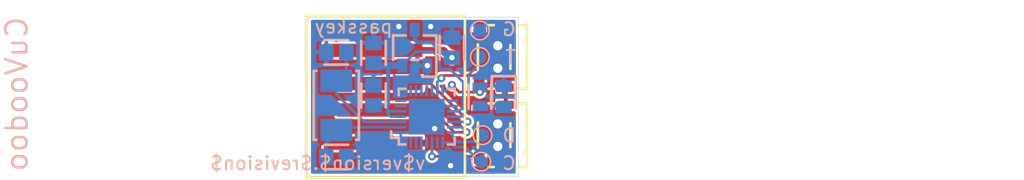
<source format=kicad_pcb>
(kicad_pcb (version 20221018) (generator pcbnew)
  (title_block (title "passkey") (date "$date$") (rev "$version$.$revision$") (company "CuVoodoo") (comment 1 "King Kévin") (comment 2 "CERN-OHL-S"))
  (layers (0 "F.Cu" signal) (31 "B.Cu" signal) (36 "B.SilkS" user "B.Silkscreen") (37 "F.SilkS" user "F.Silkscreen") (38 "B.Mask" user) (39 "F.Mask" user) (44 "Edge.Cuts" user))
  (net 0 "")
  (net 1 "+5V")
  (net 2 "GND")
  (net 3 "+3.3V")
  (net 4 "/LED")
  (net 5 "Net-(U2-OSC_IN)")
  (net 6 "Net-(U2-OSC_OUT)")
  (net 8 "/BT1")
  (net 9 "/BT2")
  (net 10 "/TX")
  (net 11 "/SWDIO")
  (net 13 "/SWCLK")
  (net 25 "/D-")
  (net 26 "/D+")
  (net 27 "Net-(D1-A)")
  (footprint "qeda:MECHANICAL_1TS003B" (layer "F.Cu") (at 51.8 30.4 -90)
    (fp_text reference "SW2")
    (fp_text value "SW_Push" hide)
    (fp_line (start -2.4 -1.85) (end -2.4 -1.15) (stroke (width 0.2)) (layer "F.SilkS"))
    (fp_line (start -2.4 -1.85) (end 2.4 -1.85) (stroke (width 0.2)) (layer "F.SilkS"))
    (fp_line (start -2.4 0.65) (end -2.4 1.05) (stroke (width 0.2)) (layer "F.SilkS"))
    (fp_line (start -0.95 1.85) (end 0.95 1.85) (stroke (width 0.2)) (layer "F.SilkS"))
    (fp_line (start -0.9 -0.6) (end 0.9 -0.6) (stroke (width 0.2)) (layer "F.SilkS"))
    (fp_line (start 2.4 -1.85) (end 2.4 -1.15) (stroke (width 0.2)) (layer "F.SilkS"))
    (fp_line (start 2.4 0.65) (end 2.4 1.05) (stroke (width 0.2)) (layer "F.SilkS"))
    (pad "" thru_hole circle (at -0.85 0.35 270) (size 0.8 0.8) (drill 0.7) (layers "*.Cu" "*.Mask") (net 2 "GND"))
    (pad "" thru_hole circle (at 0.85 0.35 270) (size 0.8 0.8) (drill 0.7) (layers "*.Cu" "*.Mask") (net 2 "GND"))
    (pad "1" smd rect (at -1.7 1.75 270) (size 0.9 0.8) (layers "F.Cu" "F.Paste" "F.Mask") (net 2 "GND"))
    (pad "2" smd rect (at 1.7 1.75 270) (size 0.9 0.8) (layers "F.Cu" "F.Paste" "F.Mask") (net 9 "/BT2"))
    (pad "NC1" smd rect (at -2.3 -0.25 270) (size 0.6 1.2) (layers "F.Cu" "F.Paste" "F.Mask") (net 2 "GND"))
    (pad "NC2" smd rect (at 2.3 -0.25 270) (size 0.6 1.2) (layers "F.Cu" "F.Paste" "F.Mask") (net 2 "GND"))
  )
  (footprint "qeda:MECHANICAL_1TS003B" (layer "F.Cu") (at 51.8 24.5 -90)
    (fp_text reference "SW1")
    (fp_text value "SW_Push" hide)
    (fp_line (start -2.4 -1.85) (end -2.4 -1.15) (stroke (width 0.2)) (layer "F.SilkS"))
    (fp_line (start -2.4 -1.85) (end 2.4 -1.85) (stroke (width 0.2)) (layer "F.SilkS"))
    (fp_line (start -2.4 0.65) (end -2.4 1.05) (stroke (width 0.2)) (layer "F.SilkS"))
    (fp_line (start -0.95 1.85) (end 0.95 1.85) (stroke (width 0.2)) (layer "F.SilkS"))
    (fp_line (start -0.9 -0.6) (end 0.9 -0.6) (stroke (width 0.2)) (layer "F.SilkS"))
    (fp_line (start 2.4 -1.85) (end 2.4 -1.15) (stroke (width 0.2)) (layer "F.SilkS"))
    (fp_line (start 2.4 0.65) (end 2.4 1.05) (stroke (width 0.2)) (layer "F.SilkS"))
    (pad "" thru_hole circle (at -0.85 0.35 270) (size 0.8 0.8) (drill 0.7) (layers "*.Cu" "*.Mask") (net 2 "GND"))
    (pad "" thru_hole circle (at 0.85 0.35 270) (size 0.8 0.8) (drill 0.7) (layers "*.Cu" "*.Mask") (net 2 "GND"))
    (pad "1" smd rect (at -1.7 1.75 270) (size 0.9 0.8) (layers "F.Cu" "F.Paste" "F.Mask") (net 2 "GND"))
    (pad "2" smd rect (at 1.7 1.75 270) (size 0.9 0.8) (layers "F.Cu" "F.Paste" "F.Mask") (net 8 "/BT1"))
    (pad "NC1" smd rect (at -2.3 -0.25 270) (size 0.6 1.2) (layers "F.Cu" "F.Paste" "F.Mask") (net 2 "GND"))
    (pad "NC2" smd rect (at 2.3 -0.25 270) (size 0.6 1.2) (layers "F.Cu" "F.Paste" "F.Mask") (net 2 "GND"))
  )
  (footprint "qeda:CONNECTOR_USB-A-PLUG" (layer "F.Cu") (at 43 27.5 -90)
    (fp_text reference "J1")
    (fp_text value "USB_A" hide)
    (fp_line (start -6.1 -5.975) (end 6.1 -5.975) (stroke (width 0.2)) (layer "F.SilkS"))
    (fp_line (start -6.1 5.975) (end -6.1 -5.975) (stroke (width 0.2)) (layer "F.SilkS"))
    (fp_line (start 6.1 -5.975) (end 6.1 5.975) (stroke (width 0.2)) (layer "F.SilkS"))
    (fp_line (start 6.1 5.975) (end -6.1 5.975) (stroke (width 0.2)) (layer "F.SilkS"))
    (pad "1" smd rect locked (at -3.5 0.93 270) (size 1 7.41) (layers "F.Cu" "F.Paste" "F.Mask") (net 1 "+5V"))
    (pad "2" smd rect locked (at -1 0.43 270) (size 1 6.41) (layers "F.Cu" "F.Paste" "F.Mask") (net 25 "/D-"))
    (pad "3" smd rect locked (at 1 0.43 270) (size 1 6.41) (layers "F.Cu" "F.Paste" "F.Mask") (net 26 "/D+"))
    (pad "4" smd rect locked (at 3.5 0.93 270) (size 1 7.41) (layers "F.Cu" "F.Paste" "F.Mask") (net 2 "GND"))
  )
  (footprint "qeda:CAPC1608X92N" (layer "B.Cu") (at 39.3 32.05 90)
    (fp_text reference "C3")
    (fp_text value "20pF" hide)
    (fp_line (start -0.925 0.9) (end -0.925 -0.9) (stroke (width 0.2)) (layer "B.SilkS"))
    (fp_line (start 0.925 0.9) (end 0.925 -0.9) (stroke (width 0.2)) (layer "B.SilkS"))
    (pad "1" smd rect (at 0 0.75 90) (size 1.25 1.1) (layers "B.Cu" "B.Paste" "B.Mask") (net 2 "GND"))
    (pad "2" smd rect (at 0 -0.75 90) (size 1.25 1.1) (layers "B.Cu" "B.Paste" "B.Mask") (net 5 "Net-(U2-OSC_IN)"))
  )
  (footprint "qeda:UC1608X55N" (layer "B.Cu") (at 50.1 27.5 180)
    (fp_text reference "R1")
    (fp_text value "1k" hide)
    (fp_line (start -0.85 0.9) (end -0.85 -0.9) (stroke (width 0.2)) (layer "B.SilkS"))
    (fp_line (start 0.85 0.9) (end 0.85 -0.9) (stroke (width 0.2)) (layer "B.SilkS"))
    (pad "1" smd rect (at 0 0.7 180) (size 1.1 0.75) (layers "B.Cu" "B.Paste" "B.Mask") (net 4 "/LED"))
    (pad "2" smd rect (at 0 -0.7 180) (size 1.1 0.75) (layers "B.Cu" "B.Paste" "B.Mask") (net 27 "Net-(D1-A)"))
  )
  (footprint "TestPoint:TestPoint_Pad_D1.0mm" (layer "B.Cu") (at 50.2 32.4 180)
    (fp_text reference "TP3")
    (fp_text value "SWCLK" hide)
    (fp_circle (center 0 0) (end 0 -0.7) (stroke (width 0.12)) (fill none) (layer "B.SilkS"))
    (pad "1" smd circle (at 0 0 180) (size 1 1) (layers "B.Cu" "B.Mask") (net 13 "/SWCLK"))
  )
  (footprint "qeda:QFN40P400X400X75-29N" (layer "B.Cu") (at 46.1 29)
    (fp_text reference "U2")
    (fp_text value "CH32V203G6U" hide)
    (fp_line (start -2.675 1.6) (end -2.675 1.1) (stroke (width 0.2)) (layer "B.SilkS"))
    (fp_line (start -2.1 -2.1) (end -1.6 -2.1) (stroke (width 0.2)) (layer "B.SilkS"))
    (fp_line (start -2.1 -1.6) (end -2.1 -2.1) (stroke (width 0.2)) (layer "B.SilkS"))
    (fp_line (start -2.1 1.6) (end -2.675 1.6) (stroke (width 0.2)) (layer "B.SilkS"))
    (fp_line (start -2.1 2.1) (end -2.1 1.6) (stroke (width 0.2)) (layer "B.SilkS"))
    (fp_line (start -2.1 2.1) (end -1.6 2.1) (stroke (width 0.2)) (layer "B.SilkS"))
    (fp_line (start 1.6 -2.1) (end 2.1 -2.1) (stroke (width 0.2)) (layer "B.SilkS"))
    (fp_line (start 1.6 2.1) (end 2.1 2.1) (stroke (width 0.2)) (layer "B.SilkS"))
    (fp_line (start 2.1 -1.6) (end 2.1 -2.1) (stroke (width 0.2)) (layer "B.SilkS"))
    (fp_line (start 2.1 2.1) (end 2.1 1.6) (stroke (width 0.2)) (layer "B.SilkS"))
    (pad "1" smd rect (at -1.95 1.2) (size 0.85 0.2) (layers "B.Cu" "B.Paste" "B.Mask") (net 2 "GND"))
    (pad "2" smd rect (at -1.95 0.8) (size 0.85 0.2) (layers "B.Cu" "B.Paste" "B.Mask") (net 5 "Net-(U2-OSC_IN)"))
    (pad "3" smd rect (at -1.95 0.4) (size 0.85 0.2) (layers "B.Cu" "B.Paste" "B.Mask") (net 6 "Net-(U2-OSC_OUT)"))
    (pad "4" smd rect (at -1.95 0) (size 0.85 0.2) (layers "B.Cu" "B.Paste" "B.Mask") (net 3 "+3.3V"))
    (pad "5" smd rect (at -1.95 -0.4) (size 0.85 0.2) (layers "B.Cu" "B.Paste" "B.Mask") (net 3 "+3.3V"))
    (pad "6" smd rect (at -1.95 -0.8) (size 0.85 0.2) (layers "B.Cu" "B.Paste" "B.Mask"))
    (pad "7" smd rect (at -1.95 -1.2) (size 0.85 0.2) (layers "B.Cu" "B.Paste" "B.Mask"))
    (pad "8" smd rect (at -1.2 -1.95) (size 0.2 0.85) (layers "B.Cu" "B.Paste" "B.Mask"))
    (pad "9" smd rect (at -0.8 -1.95) (size 0.2 0.85) (layers "B.Cu" "B.Paste" "B.Mask"))
    (pad "10" smd rect (at -0.4 -1.95) (size 0.2 0.85) (layers "B.Cu" "B.Paste" "B.Mask"))
    (pad "11" smd rect (at 0 -1.95) (size 0.2 0.85) (layers "B.Cu" "B.Paste" "B.Mask"))
    (pad "12" smd rect (at 0.4 -1.95) (size 0.2 0.85) (layers "B.Cu" "B.Paste" "B.Mask"))
    (pad "13" smd rect (at 0.8 -1.95) (size 0.2 0.85) (layers "B.Cu" "B.Paste" "B.Mask") (net 8 "/BT1"))
    (pad "14" smd rect (at 1.2 -1.95) (size 0.2 0.85) (layers "B.Cu" "B.Paste" "B.Mask") (net 4 "/LED"))
    (pad "15" smd rect (at 1.95 -1.2) (size 0.85 0.2) (layers "B.Cu" "B.Paste" "B.Mask"))
    (pad "16" smd rect (at 1.95 -0.8) (size 0.85 0.2) (layers "B.Cu" "B.Paste" "B.Mask") (net 2 "GND"))
    (pad "17" smd rect (at 1.95 -0.4) (size 0.85 0.2) (layers "B.Cu" "B.Paste" "B.Mask") (net 3 "+3.3V"))
    (pad "18" smd rect (at 1.95 0) (size 0.85 0.2) (layers "B.Cu" "B.Paste" "B.Mask") (net 10 "/TX"))
    (pad "19" smd rect (at 1.95 0.4) (size 0.85 0.2) (layers "B.Cu" "B.Paste" "B.Mask") (net 25 "/D-"))
    (pad "20" smd rect (at 1.95 0.8) (size 0.85 0.2) (layers "B.Cu" "B.Paste" "B.Mask") (net 26 "/D+"))
    (pad "21" smd rect (at 1.95 1.2) (size 0.85 0.2) (layers "B.Cu" "B.Paste" "B.Mask") (net 11 "/SWDIO"))
    (pad "22" smd rect (at 1.2 1.95) (size 0.2 0.85) (layers "B.Cu" "B.Paste" "B.Mask") (net 13 "/SWCLK"))
    (pad "23" smd rect (at 0.8 1.95) (size 0.2 0.85) (layers "B.Cu" "B.Paste" "B.Mask"))
    (pad "24" smd rect (at 0.4 1.95) (size 0.2 0.85) (layers "B.Cu" "B.Paste" "B.Mask") (net 9 "/BT2"))
    (pad "25" smd rect (at 0 1.95) (size 0.2 0.85) (layers "B.Cu" "B.Paste" "B.Mask"))
    (pad "26" smd rect (at -0.4 1.95) (size 0.2 0.85) (layers "B.Cu" "B.Paste" "B.Mask"))
    (pad "27" smd rect (at -0.8 1.95) (size 0.2 0.85) (layers "B.Cu" "B.Paste" "B.Mask"))
    (pad "28" smd rect (at -1.2 1.95) (size 0.2 0.85) (layers "B.Cu" "B.Paste" "B.Mask"))
    (pad "29" smd rect (at 0 0) (size 2.7 2.7) (layers "B.Cu" "B.Paste" "B.Mask") (net 2 "GND"))
  )
  (footprint "qeda:CAPC1608X92N" (layer "B.Cu") (at 48 23.8)
    (fp_text reference "C1")
    (fp_text value "1uF" hide)
    (fp_line (start -0.925 0.9) (end -0.925 -0.9) (stroke (width 0.2)) (layer "B.SilkS"))
    (fp_line (start 0.925 0.9) (end 0.925 -0.9) (stroke (width 0.2)) (layer "B.SilkS"))
    (pad "1" smd rect (at 0 0.75) (size 1.25 1.1) (layers "B.Cu" "B.Paste" "B.Mask") (net 1 "+5V"))
    (pad "2" smd rect (at 0 -0.75) (size 1.25 1.1) (layers "B.Cu" "B.Paste" "B.Mask") (net 2 "GND"))
  )
  (footprint "TestPoint:TestPoint_Pad_D1.0mm" (layer "B.Cu") (at 50.3 30.4 180)
    (fp_text reference "TP2")
    (fp_text value "SWDIO" hide)
    (fp_circle (center 0 0) (end 0 -0.7) (stroke (width 0.12)) (fill none) (layer "B.SilkS"))
    (pad "1" smd circle (at 0 0 180) (size 1 1) (layers "B.Cu" "B.Mask") (net 11 "/SWDIO"))
  )
  (footprint "qeda:UPC1608X90N" (layer "B.Cu") (at 51.9 27.5 180)
    (fp_text reference "D1")
    (fp_text value "RED" hide)
    (fp_line (start -0.9 0.9) (end -0.9 -0.9) (stroke (width 0.2)) (layer "B.SilkS"))
    (fp_line (start -0.9 0.9) (end -0.9 1.55) (stroke (width 0.2)) (layer "B.SilkS"))
    (fp_line (start -0.9 1.55) (end 0.9 1.55) (stroke (width 0.2)) (layer "B.SilkS"))
    (fp_line (start 0.9 0.9) (end 0.9 -0.9) (stroke (width 0.2)) (layer "B.SilkS"))
    (fp_line (start 0.9 1.55) (end 0.9 0.9) (stroke (width 0.2)) (layer "B.SilkS"))
    (pad "1" smd rect (at 0 0.8 180) (size 1.2 0.9) (layers "B.Cu" "B.Paste" "B.Mask") (net 2 "GND"))
    (pad "2" smd rect (at 0 -0.8 180) (size 1.2 0.9) (layers "B.Cu" "B.Paste" "B.Mask") (net 27 "Net-(D1-A)"))
  )
  (footprint "qeda:CAPC1608X92N" (layer "B.Cu") (at 42.1 27.4)
    (fp_text reference "C5")
    (fp_text value "100nF" hide)
    (fp_line (start -0.925 0.9) (end -0.925 -0.9) (stroke (width 0.2)) (layer "B.SilkS"))
    (fp_line (start 0.925 0.9) (end 0.925 -0.9) (stroke (width 0.2)) (layer "B.SilkS"))
    (pad "1" smd rect (at 0 0.75) (size 1.25 1.1) (layers "B.Cu" "B.Paste" "B.Mask") (net 3 "+3.3V"))
    (pad "2" smd rect (at 0 -0.75) (size 1.25 1.1) (layers "B.Cu" "B.Paste" "B.Mask") (net 2 "GND"))
  )
  (footprint "qeda:SOT95P280X130-3N" (layer "B.Cu") (at 45.2 23.8 90)
    (fp_text reference "U1")
    (fp_text value "XC6206P332" hide)
    (fp_line (start -2.188 1.625) (end -2.188 0.575) (stroke (width 0.2)) (layer "B.SilkS"))
    (fp_line (start -0.925 0.275) (end -0.925 -0.275) (stroke (width 0.2)) (layer "B.SilkS"))
    (fp_line (start -0.925 1.625) (end -2.188 1.625) (stroke (width 0.2)) (layer "B.SilkS"))
    (fp_line (start -0.925 1.625) (end 0.925 1.625) (stroke (width 0.2)) (layer "B.SilkS"))
    (fp_line (start 0.925 -1.625) (end -0.925 -1.625) (stroke (width 0.2)) (layer "B.SilkS"))
    (fp_line (start 0.925 -0.675) (end 0.925 -1.625) (stroke (width 0.2)) (layer "B.SilkS"))
    (fp_line (start 0.925 1.625) (end 0.925 0.675) (stroke (width 0.2)) (layer "B.SilkS"))
    (pad "1" smd rect (at -1.35 0.95 90) (size 1.075 0.75) (layers "B.Cu" "B.Paste" "B.Mask") (net 2 "GND"))
    (pad "2" smd rect (at -1.35 -0.95 90) (size 1.075 0.75) (layers "B.Cu" "B.Paste" "B.Mask") (net 3 "+3.3V"))
    (pad "3" smd rect (at 1.35 0 90) (size 1.075 0.75) (layers "B.Cu" "B.Paste" "B.Mask") (net 1 "+5V"))
  )
  (footprint "qeda:CAPC1608X92N" (layer "B.Cu") (at 39.3 24.15 90)
    (fp_text reference "C4")
    (fp_text value "20pF" hide)
    (fp_line (start -0.925 0.9) (end -0.925 -0.9) (stroke (width 0.2)) (layer "B.SilkS"))
    (fp_line (start 0.925 0.9) (end 0.925 -0.9) (stroke (width 0.2)) (layer "B.SilkS"))
    (pad "1" smd rect (at 0 0.75 90) (size 1.25 1.1) (layers "B.Cu" "B.Paste" "B.Mask") (net 6 "Net-(U2-OSC_OUT)"))
    (pad "2" smd rect (at 0 -0.75 90) (size 1.25 1.1) (layers "B.Cu" "B.Paste" "B.Mask") (net 2 "GND"))
  )
  (footprint "qeda:CAPC1608X92N" (layer "B.Cu") (at 42.1 24.2)
    (fp_text reference "C2")
    (fp_text value "1uF" hide)
    (fp_line (start -0.925 0.9) (end -0.925 -0.9) (stroke (width 0.2)) (layer "B.SilkS"))
    (fp_line (start 0.925 0.9) (end 0.925 -0.9) (stroke (width 0.2)) (layer "B.SilkS"))
    (pad "1" smd rect (at 0 0.75) (size 1.25 1.1) (layers "B.Cu" "B.Paste" "B.Mask") (net 3 "+3.3V"))
    (pad "2" smd rect (at 0 -0.75) (size 1.25 1.1) (layers "B.Cu" "B.Paste" "B.Mask") (net 2 "GND"))
  )
  (footprint "TestPoint:TestPoint_Pad_D1.0mm" (layer "B.Cu") (at 50.1 24.5 180)
    (fp_text reference "TP1")
    (fp_text value "TX" hide)
    (fp_circle (center 0 0) (end 0 -0.7) (stroke (width 0.12)) (fill none) (layer "B.SilkS"))
    (pad "1" smd circle (at 0 0 180) (size 1 1) (layers "B.Cu" "B.Mask") (net 10 "/TX"))
  )
  (footprint "qeda:OSCILLATOR_X5032" (layer "B.Cu") (at 39.3 28.15 -90)
    (fp_text reference "Y1")
    (fp_text value "8MHz" hide)
    (fp_line (start -2.6 -1.5) (end -2.6 -1.7) (stroke (width 0.2)) (layer "B.SilkS"))
    (fp_line (start -2.6 1.7) (end -2.6 1.5) (stroke (width 0.2)) (layer "B.SilkS"))
    (fp_line (start -2.6 1.7) (end 2.6 1.7) (stroke (width 0.2)) (layer "B.SilkS"))
    (fp_line (start 2.6 -1.7) (end -2.6 -1.7) (stroke (width 0.2)) (layer "B.SilkS"))
    (fp_line (start 2.6 -1.5) (end 2.6 -1.7) (stroke (width 0.2)) (layer "B.SilkS"))
    (fp_line (start 2.6 1.7) (end 2.6 1.5) (stroke (width 0.2)) (layer "B.SilkS"))
    (pad "1" smd rect (at -1.85 0 270) (size 1.7 2.4) (layers "B.Cu" "B.Paste" "B.Mask") (net 6 "Net-(U2-OSC_OUT)"))
    (pad "2" smd rect (at 1.85 0 270) (size 1.7 2.4) (layers "B.Cu" "B.Paste" "B.Mask") (net 5 "Net-(U2-OSC_IN)"))
  )
  (footprint "TestPoint:TestPoint_Pad_D1.0mm" (layer "B.Cu") (at 50.1 22.5 180)
    (fp_text reference "TP4")
    (fp_text value "GND" hide)
    (fp_circle (center 0 0) (end 0 -0.7) (stroke (width 0.12)) (fill none) (layer "B.SilkS"))
    (pad "1" smd circle (at 0 0 180) (size 1 1) (layers "B.Cu" "B.Mask") (net 2 "GND"))
  )
  (gr_line (start 37.1 33.1) (end 37.1 21.9) (stroke (width 0.05)) (layer "Edge.Cuts"))
  (gr_line (start 53 33.5) (end 37.5 33.5) (stroke (width 0.05)) (layer "Edge.Cuts"))
  (gr_line (start 37.5 21.5) (end 53 21.5) (stroke (width 0.05)) (layer "Edge.Cuts"))
  (gr_arc (start 37.1 21.9) (mid 37.217157 21.617157) (end 37.5 21.5) (stroke (width 0.05)) (layer "Edge.Cuts"))
  (gr_arc (start 37.5 33.5) (mid 37.217157 33.382843) (end 37.1 33.1) (stroke (width 0.05)) (layer "Edge.Cuts"))
  (gr_line (start 53 33.5) (end 53 21.5) (stroke (width 0.05)) (layer "Edge.Cuts"))
  (gr_text "C" (at 52.9 33.1) (layer "B.SilkS") (effects (font (size 1 1)) (justify left bottom mirror)))
  (gr_text "CuVoodoo" (at 16.2 27.3 90) (layer "B.SilkS") (effects (font (size 1.6 1.6) (thickness 0.2)) (justify bottom mirror)))
  (gr_text "v$version$.$revision$" (at 46.1 33.1) (layer "B.SilkS") (effects (font (size 1 1)) (justify left bottom mirror)))
  (gr_text "T" (at 52.9 25.1) (layer "B.SilkS") (effects (font (size 1 1)) (justify left bottom mirror)))
  (gr_text "passkey" (at 40.6 22.8) (layer "B.SilkS") (effects (font (size 1 1)) (justify bottom mirror)))
  (gr_text "D" (at 52.9 31) (layer "B.SilkS") (effects (font (size 1 1)) (justify left bottom mirror)))
  (gr_text "G" (at 52.9 23) (layer "B.SilkS") (effects (font (size 1 1)) (justify left bottom mirror)))
  (segment (start 48 24.55) (end 47.95 24.55) (width 0.5) (layer "F.Cu") (net 1))
  (segment (start 47.95 24.55) (end 47.4 24) (width 0.5) (layer "F.Cu") (net 1))
  (segment (start 47.4 24) (end 42.07 24) (width 0.5) (layer "F.Cu") (net 1))
  (via (at 48 24.55) (size 0.8) (drill 0.4) (layers "F.Cu" "B.Cu") (net 1))
  (segment (start 45.2 23.2) (end 45.2 22.45) (width 0.3) (layer "B.Cu") (net 1))
  (segment (start 46.5 23.4) (end 45.4 23.4) (width 0.3) (layer "B.Cu") (net 1))
  (segment (start 48 24.55) (end 47.65 24.55) (width 0.3) (layer "B.Cu") (net 1))
  (segment (start 45.4 23.4) (end 45.2 23.2) (width 0.3) (layer "B.Cu") (net 1))
  (segment (start 47.65 24.55) (end 46.5 23.4) (width 0.3) (layer "B.Cu") (net 1))
  (segment (start 42.07 31) (end 49.4 31) (width 0.5) (layer "F.Cu") (net 2))
  (via (at 47.9 32.7) (size 0.8) (drill 0.4) (layers "F.Cu" "B.Cu") (net 2))
  (via (at 46.15 25.15) (size 0.8) (drill 0.4) (layers "F.Cu" "B.Cu") (net 2))
  (via (at 44 22.2) (size 0.8) (drill 0.4) (layers "F.Cu" "B.Cu") (net 2))
  (via (at 46.4 22.2) (size 0.8) (drill 0.4) (layers "F.Cu" "B.Cu") (net 2))
  (via (at 46.7 29.9) (size 0.8) (drill 0.4) (layers "F.Cu" "B.Cu") (net 2))
  (segment (start 48.05 28.2) (end 46.9 28.2) (width 0.2) (layer "B.Cu") (net 2))
  (segment (start 44.15 30.2) (end 44.9 30.2) (width 0.2) (layer "B.Cu") (net 2))
  (segment (start 46.9 28.2) (end 46.1 29) (width 0.2) (layer "B.Cu") (net 2))
  (segment (start 44.9 30.2) (end 46.1 29) (width 0.2) (layer "B.Cu") (net 2))
  (segment (start 47.85 25.4) (end 47.075 25.4) (width 0.2) (layer "B.Cu") (net 3))
  (segment (start 47.075 25.4) (end 47.075 24.611396) (width 0.2) (layer "B.Cu") (net 3))
  (segment (start 48.85 28.284314) (end 48.85 26.4) (width 0.2) (layer "B.Cu") (net 3))
  (segment (start 43.15 28.6) (end 43.15 28.15) (width 0.2) (layer "B.Cu") (net 3))
  (segment (start 43.2 28.1) (end 43.15 28.15) (width 0.3) (layer "B.Cu") (net 3))
  (segment (start 48.85 26.4) (end 47.85 25.4) (width 0.2) (layer "B.Cu") (net 3))
  (segment (start 43.15 28.75) (end 43.15 28.15) (width 0.2) (layer "B.Cu") (net 3))
  (segment (start 48.05 28.6) (end 48.534314 28.6) (width 0.2) (layer "B.Cu") (net 3))
  (segment (start 47.075 24.611396) (end 46.563604 24.1) (width 0.2) (layer "B.Cu") (net 3))
  (segment (start 43.2 25.15) (end 42.3 25.15) (width 0.5) (layer "B.Cu") (net 3))
  (segment (start 44.25 25.15) (end 43.2 25.15) (width 0.5) (layer "B.Cu") (net 3))
  (segment (start 45.3 24.1) (end 44.25 25.15) (width 0.2) (layer "B.Cu") (net 3))
  (segment (start 46.563604 24.1) (end 45.3 24.1) (width 0.2) (layer "B.Cu") (net 3))
  (segment (start 43.4 29) (end 43.15 28.75) (width 0.2) (layer "B.Cu") (net 3))
  (segment (start 42.3 25.15) (end 42.1 24.95) (width 0.3) (layer "B.Cu") (net 3))
  (segment (start 44.15 28.6) (end 43.15 28.6) (width 0.2) (layer "B.Cu") (net 3))
  (segment (start 44.15 29) (end 43.4 29) (width 0.2) (layer "B.Cu") (net 3))
  (segment (start 43.2 25.15) (end 43.2 28.1) (width 0.3) (layer "B.Cu") (net 3))
  (segment (start 48.534314 28.6) (end 48.85 28.284314) (width 0.2) (layer "B.Cu") (net 3))
  (segment (start 43.15 28.15) (end 42.1 28.15) (width 0.3) (layer "B.Cu") (net 3))
  (segment (start 48 26.6) (end 48.550002 27.150002) (width 0.2) (layer "F.Cu") (net 4))
  (segment (start 48.550002 27.150002) (end 50.1 27.150002) (width 0.2) (layer "F.Cu") (net 4))
  (via (at 48 26.6) (size 0.6) (drill 0.3) (layers "F.Cu" "B.Cu") (net 4))
  (via (at 50.1 27.150002) (size 0.6) (drill 0.3) (layers "F.Cu" "B.Cu") (net 4))
  (segment (start 47.55 27.05) (end 47.3 27.05) (width 0.2) (layer "B.Cu") (net 4))
  (segment (start 48 26.6) (end 47.55 27.05) (width 0.2) (layer "B.Cu") (net 4))
  (segment (start 38.55 31) (end 38.55 32.3) (width 0.2) (layer "B.Cu") (net 5))
  (segment (start 39.5 29.8) (end 39.3 30) (width 0.2) (layer "B.Cu") (net 5))
  (segment (start 39.3 30.25) (end 38.55 31) (width 0.2) (layer "B.Cu") (net 5))
  (segment (start 39.3 30) (end 39.3 30.25) (width 0.2) (layer "B.Cu") (net 5))
  (segment (start 44.15 29.8) (end 39.5 29.8) (width 0.2) (layer "B.Cu") (net 5))
  (segment (start 41.4 29.4) (end 39.3 27.3) (width 0.2) (layer "B.Cu") (net 6))
  (segment (start 39.3 26.3) (end 40.05 25.55) (width 0.2) (layer "B.Cu") (net 6))
  (segment (start 40.05 25.55) (end 40.05 24.4) (width 0.2) (layer "B.Cu") (net 6))
  (segment (start 39.3 27.3) (end 39.3 26.3) (width 0.2) (layer "B.Cu") (net 6))
  (segment (start 44.15 29.4) (end 41.4 29.4) (width 0.2) (layer "B.Cu") (net 6))
  (segment (start 47.2 26.1) (end 47.4 25.9) (width 0.2) (layer "F.Cu") (net 8))
  (segment (start 47.4 25.9) (end 49.75 25.9) (width 0.2) (layer "F.Cu") (net 8))
  (segment (start 49.75 25.9) (end 50.05 26.2) (width 0.2) (layer "F.Cu") (net 8))
  (via (at 47.2 26.1) (size 0.6) (drill 0.3) (layers "F.Cu" "B.Cu") (net 8))
  (segment (start 46.9 26.4) (end 46.9 27.05) (width 0.2) (layer "B.Cu") (net 8))
  (segment (start 47.2 26.1) (end 46.9 26.4) (width 0.2) (layer "B.Cu") (net 8))
  (segment (start 49.95 32) (end 50.05 32.1) (width 0.2) (layer "F.Cu") (net 9))
  (segment (start 46.5 32) (end 49.95 32) (width 0.2) (layer "F.Cu") (net 9))
  (via (at 46.5 32) (size 0.6) (drill 0.3) (layers "F.Cu" "B.Cu") (net 9))
  (segment (start 46.5 30.95) (end 46.5 32) (width 0.2) (layer "B.Cu") (net 9))
  (segment (start 48.05 29) (end 48.7 29) (width 0.2) (layer "B.Cu") (net 10))
  (segment (start 49.25 28.45) (end 49.25 25.85) (width 0.2) (layer "B.Cu") (net 10))
  (segment (start 48.7 29) (end 49.25 28.45) (width 0.2) (layer "B.Cu") (net 10))
  (segment (start 50.1 25) (end 50.1 24.5) (width 0.2) (layer "B.Cu") (net 10))
  (segment (start 49.25 25.85) (end 50.1 25) (width 0.2) (layer "B.Cu") (net 10))
  (segment (start 48.05 30.55) (end 48.399999 30.899999) (width 0.2) (layer "B.Cu") (net 11))
  (segment (start 49.800001 30.899999) (end 50.3 30.4) (width 0.2) (layer "B.Cu") (net 11))
  (segment (start 48.05 30.2) (end 48.05 30.55) (width 0.2) (layer "B.Cu") (net 11))
  (segment (start 48.399999 30.899999) (end 49.800001 30.899999) (width 0.2) (layer "B.Cu") (net 11))
  (segment (start 47.3 30.95) (end 47.884314 30.95) (width 0.2) (layer "B.Cu") (net 13))
  (segment (start 47.884314 30.95) (end 48.234314 31.299999) (width 0.2) (layer "B.Cu") (net 13))
  (segment (start 48.999999 31.299999) (end 50.1 32.4) (width 0.2) (layer "B.Cu") (net 13))
  (segment (start 48.234314 31.299999) (end 48.999999 31.299999) (width 0.2) (layer "B.Cu") (net 13))
  (segment (start 46.4 26.5) (end 42.57 26.5) (width 0.2) (layer "F.Cu") (net 25))
  (segment (start 49.174907 29.376377) (end 49.174907 29.274907) (width 0.2) (layer "F.Cu") (net 25))
  (segment (start 49.174907 29.274907) (end 46.4 26.5) (width 0.2) (layer "F.Cu") (net 25))
  (via (at 49.174907 29.376377) (size 0.6) (drill 0.3) (layers "F.Cu" "B.Cu") (net 25))
  (segment (start 49.174907 29.376377) (end 49.151284 29.4) (width 0.2) (layer "B.Cu") (net 25))
  (segment (start 49.151284 29.4) (end 48.05 29.4) (width 0.2) (layer "B.Cu") (net 25))
  (segment (start 46.5 28.5) (end 42.57 28.5) (width 0.2) (layer "F.Cu") (net 26))
  (segment (start 48.175463 30.175463) (end 46.5 28.5) (width 0.2) (layer "F.Cu") (net 26))
  (segment (start 49.1 30.175463) (end 48.175463 30.175463) (width 0.2) (layer "F.Cu") (net 26))
  (via (at 49.1 30.175463) (size 0.6) (drill 0.3) (layers "F.Cu" "B.Cu") (net 26))
  (segment (start 48.750001 29.8) (end 48.05 29.8) (width 0.2) (layer "B.Cu") (net 26))
  (segment (start 49.1 30.175463) (end 48.926378 30.001841) (width 0.2) (layer "B.Cu") (net 26))
  (segment (start 48.926378 29.976377) (end 48.750001 29.8) (width 0.2) (layer "B.Cu") (net 26))
  (segment (start 48.926378 30.001841) (end 48.926378 29.976377) (width 0.2) (layer "B.Cu") (net 26))
  (segment (start 51.8 28.2) (end 51.9 28.3) (width 0.2) (layer "B.Cu") (net 27))
  (segment (start 50.1 28.2) (end 51.8 28.2) (width 0.2) (layer "B.Cu") (net 27))
  (zone (net 2) (net_name "GND") (layers "F&B.Cu") (connect_pads (clearance 0.2)) (min_thickness 0.2) (fill yes (thermal_gap 0.2) (thermal_bridge_width 0.3))
    (polygon (pts (xy 37.4 21.7) (xy 52.9 21.7) (xy 52.9 33.3) (xy 37.4 33.3)))
  )
)
</source>
